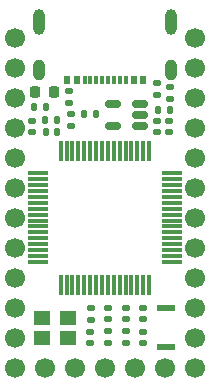
<source format=gbr>
%TF.GenerationSoftware,KiCad,Pcbnew,(6.0.1)*%
%TF.CreationDate,2022-06-23T12:55:07-04:00*%
%TF.ProjectId,stemcell,7374656d-6365-46c6-9c2e-6b696361645f,1.0.0*%
%TF.SameCoordinates,Original*%
%TF.FileFunction,Soldermask,Top*%
%TF.FilePolarity,Negative*%
%FSLAX46Y46*%
G04 Gerber Fmt 4.6, Leading zero omitted, Abs format (unit mm)*
G04 Created by KiCad (PCBNEW (6.0.1)) date 2022-06-23 12:55:07*
%MOMM*%
%LPD*%
G01*
G04 APERTURE LIST*
G04 Aperture macros list*
%AMRoundRect*
0 Rectangle with rounded corners*
0 $1 Rounding radius*
0 $2 $3 $4 $5 $6 $7 $8 $9 X,Y pos of 4 corners*
0 Add a 4 corners polygon primitive as box body*
4,1,4,$2,$3,$4,$5,$6,$7,$8,$9,$2,$3,0*
0 Add four circle primitives for the rounded corners*
1,1,$1+$1,$2,$3*
1,1,$1+$1,$4,$5*
1,1,$1+$1,$6,$7*
1,1,$1+$1,$8,$9*
0 Add four rect primitives between the rounded corners*
20,1,$1+$1,$2,$3,$4,$5,0*
20,1,$1+$1,$4,$5,$6,$7,0*
20,1,$1+$1,$6,$7,$8,$9,0*
20,1,$1+$1,$8,$9,$2,$3,0*%
G04 Aperture macros list end*
%ADD10R,0.600000X0.800000*%
%ADD11R,0.300000X0.800000*%
%ADD12O,1.000000X1.800000*%
%ADD13O,1.000000X2.200000*%
%ADD14RoundRect,0.140000X-0.170000X0.140000X-0.170000X-0.140000X0.170000X-0.140000X0.170000X0.140000X0*%
%ADD15RoundRect,0.150000X0.512500X0.150000X-0.512500X0.150000X-0.512500X-0.150000X0.512500X-0.150000X0*%
%ADD16C,1.700000*%
%ADD17RoundRect,0.135000X-0.185000X0.135000X-0.185000X-0.135000X0.185000X-0.135000X0.185000X0.135000X0*%
%ADD18RoundRect,0.140000X0.170000X-0.140000X0.170000X0.140000X-0.170000X0.140000X-0.170000X-0.140000X0*%
%ADD19RoundRect,0.135000X-0.135000X-0.185000X0.135000X-0.185000X0.135000X0.185000X-0.135000X0.185000X0*%
%ADD20RoundRect,0.135000X0.135000X0.185000X-0.135000X0.185000X-0.135000X-0.185000X0.135000X-0.185000X0*%
%ADD21RoundRect,0.135000X0.185000X-0.135000X0.185000X0.135000X-0.185000X0.135000X-0.185000X-0.135000X0*%
%ADD22RoundRect,0.140000X0.140000X0.170000X-0.140000X0.170000X-0.140000X-0.170000X0.140000X-0.170000X0*%
%ADD23R,1.400000X1.200000*%
%ADD24RoundRect,0.140000X-0.140000X-0.170000X0.140000X-0.170000X0.140000X0.170000X-0.140000X0.170000X0*%
%ADD25RoundRect,0.218750X-0.218750X-0.256250X0.218750X-0.256250X0.218750X0.256250X-0.218750X0.256250X0*%
%ADD26R,1.500000X0.550000*%
%ADD27RoundRect,0.011200X-0.768800X-0.128800X0.768800X-0.128800X0.768800X0.128800X-0.768800X0.128800X0*%
%ADD28RoundRect,0.011200X0.128800X-0.768800X0.128800X0.768800X-0.128800X0.768800X-0.128800X-0.768800X0*%
%ADD29RoundRect,0.011200X0.768800X0.128800X-0.768800X0.128800X-0.768800X-0.128800X0.768800X-0.128800X0*%
%ADD30RoundRect,0.011200X-0.128800X0.768800X-0.128800X-0.768800X0.128800X-0.768800X0.128800X0.768800X0*%
G04 APERTURE END LIST*
D10*
%TO.C,J1*%
X96914400Y-55372000D03*
X103314400Y-55372000D03*
X97714400Y-55372000D03*
X102514400Y-55372000D03*
D11*
X101364400Y-55372000D03*
X100364400Y-55372000D03*
X99864400Y-55372000D03*
X98864400Y-55372000D03*
X98364400Y-55372000D03*
X99364400Y-55372000D03*
X100864400Y-55372000D03*
X101864400Y-55372000D03*
D12*
X105689400Y-54472000D03*
X94539400Y-54472000D03*
D13*
X105689400Y-50472000D03*
X94539400Y-50472000D03*
%TD*%
D14*
%TO.C,C10*%
X101888600Y-74639200D03*
X101888600Y-75599200D03*
%TD*%
D15*
%TO.C,U2*%
X103026100Y-59249200D03*
X103026100Y-58299200D03*
X103026100Y-57349200D03*
X100751100Y-57349200D03*
X100751100Y-59249200D03*
%TD*%
D16*
%TO.C,J4*%
X105181400Y-79705200D03*
X102641400Y-79705200D03*
X100101400Y-79705200D03*
X97561400Y-79705200D03*
X95021400Y-79705200D03*
%TD*%
%TO.C,J2*%
X92481400Y-79705200D03*
X92481400Y-77165200D03*
X92481400Y-74625200D03*
X92481400Y-72085200D03*
X92481400Y-69545200D03*
X92481400Y-67005200D03*
X92481400Y-64465200D03*
X92481400Y-61925200D03*
X92481400Y-59385200D03*
X92481400Y-56845200D03*
X92481400Y-54305200D03*
X92481400Y-51765200D03*
%TD*%
D17*
%TO.C,R5*%
X97256600Y-58216800D03*
X97256600Y-59236800D03*
%TD*%
D18*
%TO.C,C5*%
X101888600Y-77579200D03*
X101888600Y-76619200D03*
%TD*%
D19*
%TO.C,R6*%
X94048687Y-57669462D03*
X95068687Y-57669462D03*
%TD*%
D18*
%TO.C,C8*%
X100388600Y-75599200D03*
X100388600Y-74639200D03*
%TD*%
D20*
%TO.C,R3*%
X96067925Y-58725928D03*
X95047925Y-58725928D03*
%TD*%
D21*
%TO.C,R4*%
X97018050Y-57276564D03*
X97018050Y-56256564D03*
%TD*%
D14*
%TO.C,C4*%
X103295600Y-74639200D03*
X103295600Y-75599200D03*
%TD*%
D18*
%TO.C,C6*%
X93955216Y-59746949D03*
X93955216Y-58786949D03*
%TD*%
D16*
%TO.C,J3*%
X107721400Y-51765200D03*
X107721400Y-54305200D03*
X107721400Y-56845200D03*
X107721400Y-59385200D03*
X107721400Y-61925200D03*
X107721400Y-64465200D03*
X107721400Y-67005200D03*
X107721400Y-69545200D03*
X107721400Y-72085200D03*
X107721400Y-74625200D03*
X107721400Y-77165200D03*
X107721400Y-79705200D03*
%TD*%
D22*
%TO.C,C1*%
X99311400Y-58216800D03*
X98351400Y-58216800D03*
%TD*%
D23*
%TO.C,Y1*%
X96988600Y-75499200D03*
X94788600Y-75499200D03*
X94788600Y-77199200D03*
X96988600Y-77199200D03*
%TD*%
D14*
%TO.C,C11*%
X98831400Y-76639200D03*
X98831400Y-77599200D03*
%TD*%
D21*
%TO.C,R1*%
X98882200Y-75641200D03*
X98882200Y-74621200D03*
%TD*%
D18*
%TO.C,C12*%
X105570883Y-56936030D03*
X105570883Y-55976030D03*
%TD*%
D20*
%TO.C,R7*%
X105590806Y-57856358D03*
X104570806Y-57856358D03*
%TD*%
D24*
%TO.C,C9*%
X95091646Y-59734374D03*
X96051646Y-59734374D03*
%TD*%
D18*
%TO.C,C2*%
X104494953Y-59775963D03*
X104494953Y-58815963D03*
%TD*%
D21*
%TO.C,R2*%
X104508160Y-56615929D03*
X104508160Y-55595929D03*
%TD*%
D25*
%TO.C,D1*%
X94181296Y-56347195D03*
X95756296Y-56347195D03*
%TD*%
D26*
%TO.C,SW1*%
X105288600Y-77924200D03*
X105288600Y-74674200D03*
%TD*%
D14*
%TO.C,C7*%
X103326600Y-76639200D03*
X103326600Y-77599200D03*
%TD*%
%TO.C,C3*%
X105550843Y-58815877D03*
X105550843Y-59775877D03*
%TD*%
D27*
%TO.C,U1*%
X94407900Y-63245400D03*
X94407900Y-63745400D03*
X94407900Y-64245400D03*
X94407900Y-64745400D03*
X94407900Y-65245400D03*
X94407900Y-65745400D03*
X94407900Y-66245400D03*
X94407900Y-66745400D03*
X94407900Y-67245400D03*
X94407900Y-67745400D03*
X94407900Y-68245400D03*
X94407900Y-68745400D03*
X94407900Y-69245400D03*
X94407900Y-69745400D03*
X94407900Y-70245400D03*
X94407900Y-70745400D03*
D28*
X96337900Y-72675400D03*
X96837900Y-72675400D03*
X97337900Y-72675400D03*
X97837900Y-72675400D03*
X98337900Y-72675400D03*
X98837900Y-72675400D03*
X99337900Y-72675400D03*
X99837900Y-72675400D03*
X100337900Y-72675400D03*
X100837900Y-72675400D03*
X101337900Y-72675400D03*
X101837900Y-72675400D03*
X102337900Y-72675400D03*
X102837900Y-72675400D03*
X103337900Y-72675400D03*
X103837900Y-72675400D03*
D29*
X105767900Y-70745400D03*
X105767900Y-70245400D03*
X105767900Y-69745400D03*
X105767900Y-69245400D03*
X105767900Y-68745400D03*
X105767900Y-68245400D03*
X105767900Y-67745400D03*
X105767900Y-67245400D03*
X105767900Y-66745400D03*
X105767900Y-66245400D03*
X105767900Y-65745400D03*
X105767900Y-65245400D03*
X105767900Y-64745400D03*
X105767900Y-64245400D03*
X105767900Y-63745400D03*
X105767900Y-63245400D03*
D30*
X103837900Y-61315400D03*
X103337900Y-61315400D03*
X102837900Y-61315400D03*
X102337900Y-61315400D03*
X101837900Y-61315400D03*
X101337900Y-61315400D03*
X100837900Y-61315400D03*
X100337900Y-61315400D03*
X99837900Y-61315400D03*
X99337900Y-61315400D03*
X98837900Y-61315400D03*
X98337900Y-61315400D03*
X97837900Y-61315400D03*
X97337900Y-61315400D03*
X96837900Y-61315400D03*
X96337900Y-61315400D03*
%TD*%
D21*
%TO.C,R8*%
X100388600Y-77609200D03*
X100388600Y-76589200D03*
%TD*%
M02*

</source>
